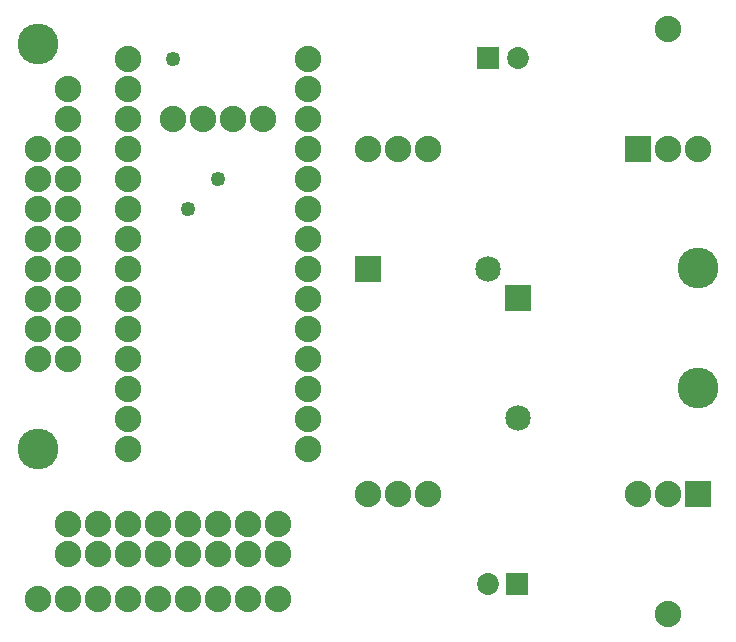
<source format=gbs>
G04 MADE WITH FRITZING*
G04 WWW.FRITZING.ORG*
G04 DOUBLE SIDED*
G04 HOLES PLATED*
G04 CONTOUR ON CENTER OF CONTOUR VECTOR*
%ASAXBY*%
%FSLAX23Y23*%
%MOIN*%
%OFA0B0*%
%SFA1.0B1.0*%
%ADD10C,0.088000*%
%ADD11C,0.072992*%
%ADD12C,0.085000*%
%ADD13C,0.049370*%
%ADD14C,0.135984*%
%ADD15R,0.088000X0.088000*%
%ADD16R,0.072992X0.072992*%
%ADD17R,0.085000X0.085000*%
%LNMASK0*%
G90*
G70*
G54D10*
X1013Y1927D03*
X1013Y1827D03*
X1013Y1727D03*
X1013Y1627D03*
X1013Y1527D03*
X1013Y1427D03*
X1013Y1327D03*
X1013Y1227D03*
X1013Y1127D03*
X1013Y1027D03*
X1013Y927D03*
X1013Y827D03*
X1013Y727D03*
X1013Y627D03*
X413Y1927D03*
X413Y1827D03*
X413Y1727D03*
X413Y1627D03*
X413Y1527D03*
X413Y1427D03*
X413Y1327D03*
X413Y1227D03*
X413Y1127D03*
X413Y1027D03*
X413Y927D03*
X413Y827D03*
X413Y727D03*
X413Y627D03*
X113Y1627D03*
X113Y1527D03*
X113Y1427D03*
X113Y1327D03*
X113Y1227D03*
X113Y1127D03*
X113Y1027D03*
X113Y927D03*
X113Y1627D03*
X113Y1527D03*
X113Y1427D03*
X113Y1327D03*
X113Y1227D03*
X113Y1127D03*
X113Y1027D03*
X113Y927D03*
X213Y927D03*
X213Y1027D03*
X213Y1127D03*
X213Y1227D03*
X213Y1327D03*
X213Y1427D03*
X213Y1527D03*
X213Y1627D03*
X213Y277D03*
X313Y277D03*
X413Y277D03*
X513Y277D03*
X613Y277D03*
X713Y277D03*
X813Y277D03*
X913Y277D03*
X213Y277D03*
X313Y277D03*
X413Y277D03*
X513Y277D03*
X613Y277D03*
X713Y277D03*
X813Y277D03*
X913Y277D03*
X913Y377D03*
X813Y377D03*
X713Y377D03*
X613Y377D03*
X513Y377D03*
X413Y377D03*
X313Y377D03*
X213Y377D03*
X113Y127D03*
X213Y127D03*
X313Y127D03*
X413Y127D03*
X513Y127D03*
X613Y127D03*
X713Y127D03*
X813Y127D03*
X913Y127D03*
X2313Y478D03*
X2213Y478D03*
X2113Y478D03*
X2113Y1628D03*
X2213Y1628D03*
X2313Y1628D03*
G54D11*
X1711Y178D03*
X1613Y178D03*
X1614Y1929D03*
X1713Y1929D03*
G54D12*
X1713Y1129D03*
X1713Y729D03*
X1213Y1228D03*
X1613Y1228D03*
G54D13*
X713Y1527D03*
X613Y1427D03*
G54D14*
X2313Y1229D03*
X2313Y829D03*
X113Y1977D03*
X113Y627D03*
G54D10*
X2213Y78D03*
X2213Y2028D03*
X563Y1727D03*
X663Y1727D03*
X763Y1727D03*
X863Y1727D03*
G54D13*
X563Y1927D03*
G54D10*
X213Y1727D03*
X213Y1827D03*
X1413Y478D03*
X1313Y478D03*
X1213Y478D03*
X1213Y1628D03*
X1313Y1628D03*
X1413Y1628D03*
G54D15*
X2313Y478D03*
X2113Y1628D03*
G54D16*
X1711Y178D03*
X1614Y1929D03*
G54D17*
X1713Y1129D03*
X1213Y1228D03*
G04 End of Mask0*
M02*
</source>
